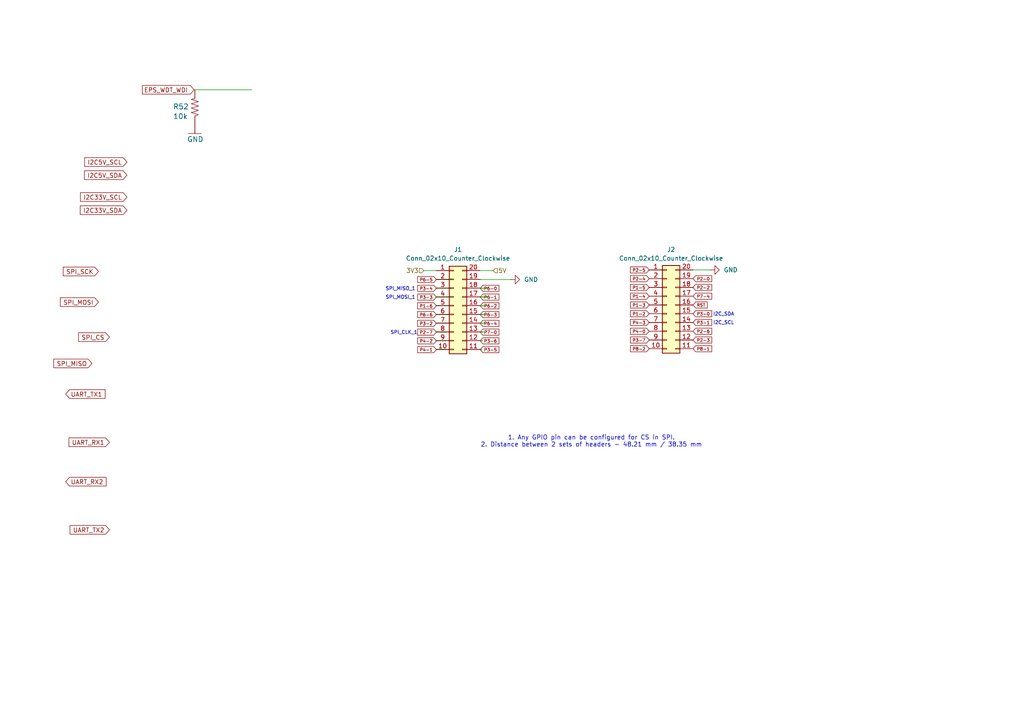
<source format=kicad_sch>
(kicad_sch (version 20231120) (generator "eeschema") (generator_version "8.0")
  (paper "A4")
  (lib_symbols
    (symbol "Connector_Generic:Conn_02x10_Counter_Clockwise" (pin_names (offset 1.016) hide)
      (property "Reference" "J" (at 1.27 12.7 0))
      (property "Value" "Conn_02x10_Counter_Clockwise" (at 1.27 -15.24 0))
      (symbol "Conn_02x10_Counter_Clockwise_1_1"
        (rectangle (start -1.27 -12.573) (end 0 -12.827) (stroke (width 0.1524)))
        (rectangle (start -1.27 -10.033) (end 0 -10.287) (stroke (width 0.1524)))
        (rectangle (start -1.27 -7.493) (end 0 -7.747) (stroke (width 0.1524)))
        (rectangle (start -1.27 -4.953) (end 0 -5.207) (stroke (width 0.1524)))
        (rectangle (start -1.27 -2.413) (end 0 -2.667) (stroke (width 0.1524)))
        (rectangle (start -1.27 0.127) (end 0 -0.127) (stroke (width 0.1524)))
        (rectangle (start -1.27 2.667) (end 0 2.413) (stroke (width 0.1524)))
        (rectangle (start -1.27 5.207) (end 0 4.953) (stroke (width 0.1524)))
        (rectangle (start -1.27 7.747) (end 0 7.493) (stroke (width 0.1524)))
        (rectangle (start -1.27 10.287) (end 0 10.033) (stroke (width 0.1524)))
        (rectangle (start -1.27 11.43) (end 3.81 -13.97) (stroke (width 0.254)) (fill (type background)))
        (rectangle (start 3.81 -12.573) (end 2.54 -12.827) (stroke (width 0.1524)))
        (rectangle (start 3.81 -10.033) (end 2.54 -10.287) (stroke (width 0.1524)))
        (rectangle (start 3.81 -7.493) (end 2.54 -7.747) (stroke (width 0.1524)))
        (rectangle (start 3.81 -4.953) (end 2.54 -5.207) (stroke (width 0.1524)))
        (rectangle (start 3.81 -2.413) (end 2.54 -2.667) (stroke (width 0.1524)))
        (rectangle (start 3.81 0.127) (end 2.54 -0.127) (stroke (width 0.1524)))
        (rectangle (start 3.81 2.667) (end 2.54 2.413) (stroke (width 0.1524)))
        (rectangle (start 3.81 5.207) (end 2.54 4.953) (stroke (width 0.1524)))
        (rectangle (start 3.81 7.747) (end 2.54 7.493) (stroke (width 0.1524)))
        (rectangle (start 3.81 10.287) (end 2.54 10.033) (stroke (width 0.1524)))
        (pin passive line (at -5.08 10.16 0) (length 3.81) (name "Pin_1") (number "1"))
        (pin passive line (at -5.08 -12.7 0) (length 3.81) (name "Pin_10") (number "10"))
        (pin passive line (at 7.62 -12.7 180) (length 3.81) (name "Pin_11") (number "11"))
        (pin passive line (at 7.62 -10.16 180) (length 3.81) (name "Pin_12") (number "12"))
        (pin passive line (at 7.62 -7.62 180) (length 3.81) (name "Pin_13") (number "13"))
        (pin passive line (at 7.62 -5.08 180) (length 3.81) (name "Pin_14") (number "14"))
        (pin passive line (at 7.62 -2.54 180) (length 3.81) (name "Pin_15") (number "15"))
        (pin passive line (at 7.62 0 180) (length 3.81) (name "Pin_16") (number "16"))
        (pin passive line (at 7.62 2.54 180) (length 3.81) (name "Pin_17") (number "17"))
        (pin passive line (at 7.62 5.08 180) (length 3.81) (name "Pin_18") (number "18"))
        (pin passive line (at 7.62 7.62 180) (length 3.81) (name "Pin_19") (number "19"))
        (pin passive line (at -5.08 7.62 0) (length 3.81) (name "Pin_2") (number "2"))
        (pin passive line (at 7.62 10.16 180) (length 3.81) (name "Pin_20") (number "20"))
        (pin passive line (at -5.08 5.08 0) (length 3.81) (name "Pin_3") (number "3"))
        (pin passive line (at -5.08 2.54 0) (length 3.81) (name "Pin_4") (number "4"))
        (pin passive line (at -5.08 0 0) (length 3.81) (name "Pin_5") (number "5"))
        (pin passive line (at -5.08 -2.54 0) (length 3.81) (name "Pin_6") (number "6"))
        (pin passive line (at -5.08 -5.08 0) (length 3.81) (name "Pin_7") (number "7"))
        (pin passive line (at -5.08 -7.62 0) (length 3.81) (name "Pin_8") (number "8"))
        (pin passive line (at -5.08 -10.16 0) (length 3.81) (name "Pin_9") (number "9"))
      )
    )
    (symbol "mainboard:GND" (power) (pin_names (offset 1.016))
      (property "Value" "GND" (at -2.54 -2.54 0))
      (symbol "GND_1_0"
        (polyline (pts (xy -1.905 0) (xy 1.905 0)))
        (pin power_in line (at 0 2.54 270) (length 2.54) (name "GND") (number "1"))
      )
    )
    (symbol "mainboard:R-US_R0603" (pin_names (offset 1.016))
      (property "Reference" "R" (at -3.81 1.4986 0))
      (property "Value" "R-US_R0603" (at -3.81 -3.302 0))
      (symbol "R-US_R0603_1_0"
        (polyline (pts (xy -2.54 0) (xy -2.159 1.016)))
        (polyline (pts (xy -2.159 1.016) (xy -1.524 -1.016)))
        (polyline (pts (xy -1.524 -1.016) (xy -0.889 1.016)))
        (polyline (pts (xy -0.889 1.016) (xy -0.254 -1.016)))
        (polyline (pts (xy -0.254 -1.016) (xy 0.381 1.016)))
        (polyline (pts (xy 0.381 1.016) (xy 1.016 -1.016)))
        (polyline (pts (xy 1.016 -1.016) (xy 1.651 1.016)))
        (polyline (pts (xy 1.651 1.016) (xy 2.286 -1.016)))
        (polyline (pts (xy 2.286 -1.016) (xy 2.54 0)))
        (pin passive line (at -5.08 0 0) (length 2.54) (name "1") (number "1"))
        (pin passive line (at 5.08 0 180) (length 2.54) (name "2") (number "2"))
      )
    )
    (symbol "power:GND" (power) (pin_numbers hide) (pin_names (offset 0) hide)
      (property "Value" "GND" (at 0 -3.81 0))
      (symbol "GND_0_1"
        (polyline (pts (xy 0 0) (xy 0 -1.27) (xy 1.27 -1.27) (xy 0 -2.54) (xy -1.27 -1.27) (xy 0 -1.27)))
      )
      (symbol "GND_1_1"
        (pin power_in line (at 0 0 270) (length 0) (name "~") (number "1"))
      )
    )
  )
  (wire (pts (xy 139.192 98.806) (xy 139.954 98.806)))
  (wire (pts (xy 129.54 96.3245) (xy 126.5736 96.3245)))
  (wire (pts (xy 140.208 96.3245) (xy 139.2736 96.3245)))
  (wire (pts (xy 141.224 86.106) (xy 141.224 86.1645)))
  (wire (pts (xy 129.032 101.4045) (xy 126.5736 101.4045)))
  (wire (pts (xy 126.492 98.806) (xy 129.286 98.806)))
  (wire (pts (xy 200.9956 78.2905) (xy 206.0756 78.2905)))
  (wire (pts (xy 139.954 98.8645) (xy 139.2736 98.8645)))
  (wire (pts (xy 139.446 81.0845) (xy 148.1636 81.0845)))
  (wire (pts (xy 140.462 93.726) (xy 140.462 93.7845)))
  (wire (pts (xy 126.492 96.266) (xy 129.54 96.266)))
  (wire (pts (xy 139.446 81.026) (xy 139.446 81.0845)))
  (wire (pts (xy 139.192 83.566) (xy 141.478 83.566)))
  (wire (pts (xy 129.794 93.726) (xy 129.794 93.7845)))
  (wire (pts (xy 129.032 101.346) (xy 129.032 101.4045)))
  (wire (pts (xy 140.462 93.7845) (xy 139.2736 93.7845)))
  (wire (pts (xy 126.492 88.646) (xy 130.302 88.646)))
  (wire (pts (xy 126.492 86.106) (xy 130.556 86.106)))
  (wire (pts (xy 140.716 91.2445) (xy 139.2736 91.2445)))
  (wire (pts (xy 73.025 26.035) (xy 56.515 26.035)))
  (wire (pts (xy 140.208 96.266) (xy 140.208 96.3245)))
  (wire (pts (xy 131.064 81.026) (xy 131.064 81.0845)))
  (wire (pts (xy 129.54 96.266) (xy 129.54 96.3245)))
  (wire (pts (xy 130.302 88.646) (xy 130.302 88.7045)))
  (wire (pts (xy 139.192 81.026) (xy 139.446 81.026)))
  (wire (pts (xy 141.478 83.566) (xy 141.478 83.6245)))
  (wire (pts (xy 139.192 88.646) (xy 140.97 88.646)))
  (wire (pts (xy 126.492 101.346) (xy 129.032 101.346)))
  (wire (pts (xy 130.81 83.6245) (xy 126.5736 83.6245)))
  (wire (pts (xy 126.492 93.726) (xy 129.794 93.726)))
  (wire (pts (xy 139.192 91.186) (xy 140.716 91.186)))
  (wire (pts (xy 139.7 101.346) (xy 139.7 101.4045)))
  (wire (pts (xy 140.716 91.186) (xy 140.716 91.2445)))
  (wire (pts (xy 129.286 98.806) (xy 129.286 98.8645)))
  (wire (pts (xy 130.048 91.186) (xy 130.048 91.2445)))
  (wire (pts (xy 126.492 83.566) (xy 130.81 83.566)))
  (wire (pts (xy 139.192 101.346) (xy 139.7 101.346)))
  (wire (pts (xy 122.936 78.486) (xy 126.492 78.486)))
  (wire (pts (xy 139.192 93.726) (xy 140.462 93.726)))
  (wire (pts (xy 130.556 86.1645) (xy 126.5736 86.1645)))
  (wire (pts (xy 140.97 88.646) (xy 140.97 88.7045)))
  (wire (pts (xy 139.192 96.266) (xy 140.208 96.266)))
  (wire (pts (xy 141.478 83.6245) (xy 139.2736 83.6245)))
  (wire (pts (xy 131.064 81.0845) (xy 126.5736 81.0845)))
  (wire (pts (xy 139.954 98.806) (xy 139.954 98.8645)))
  (wire (pts (xy 130.302 88.7045) (xy 126.5736 88.7045)))
  (wire (pts (xy 126.492 91.186) (xy 130.048 91.186)))
  (wire (pts (xy 139.7 101.4045) (xy 139.2736 101.4045)))
  (wire (pts (xy 126.492 81.026) (xy 131.064 81.026)))
  (wire (pts (xy 130.556 86.106) (xy 130.556 86.1645)))
  (wire (pts (xy 139.192 78.486) (xy 143.002 78.486)))
  (wire (pts (xy 129.794 93.7845) (xy 126.5736 93.7845)))
  (wire (pts (xy 130.048 91.2445) (xy 126.5736 91.2445)))
  (wire (pts (xy 140.97 88.7045) (xy 139.2736 88.7045)))
  (wire (pts (xy 130.81 83.566) (xy 130.81 83.6245)))
  (wire (pts (xy 129.286 98.8645) (xy 126.5736 98.8645)))
  (wire (pts (xy 139.192 86.106) (xy 141.224 86.106)))
  (wire (pts (xy 141.224 86.1645) (xy 139.2736 86.1645)))
  (text "I2C_SDA\n" (at 209.8856 91.2445 0) (effects (font (size 1 1))))
  (text "1. Any GPIO pin can be configured for CS in SPI.\n2. Distance between 2 sets of headers - 48.21 mm / 38.35 mm" (at 171.5316 128.0745 0) (effects (font (size 1.27 1.27))))
  (text "SPI_MISO_1\n" (at 116.1596 83.8785 0) (effects (font (size 1 1))))
  (text "SPI_CLK_1\n" (at 117.1756 96.5785 0) (effects (font (size 1 1))))
  (text "I2C_SCL\n\n" (at 209.8856 94.5465 0) (effects (font (size 1 1))))
  (text "SPI_MOSI_1\n\n" (at 116.1596 87.1805 0) (effects (font (size 1 1))))
  (global_label "UART_RX1" (shape input) (at 31.75 128.27 180) (property "Intersheetrefs" "${INTERSHEET_REFS}" (effects (hide yes))))
  (global_label "I2C5V_SDA" (shape input) (at 36.83 50.8 180) (property "Intersheetrefs" "${INTERSHEET_REFS}" (effects (hide yes))))
  (global_label "SPI_MISO" (shape input) (at 26.67 105.41 180) (property "Intersheetrefs" "${INTERSHEET_REFS}" (effects (hide yes))))
  (global_label "UART_TX1" (shape input) (at 19.05 114.3 0) (property "Intersheetrefs" "${INTERSHEET_REFS}" (effects (hide yes))))
  (global_label "SPI_MOSI" (shape input) (at 28.575 87.63 180) (property "Intersheetrefs" "${INTERSHEET_REFS}" (effects (hide yes))))
  (global_label "P1-5" (shape input) (at 188.2956 83.3705 180) (effects (font (size 0.9 0.9))) (property "Intersheetrefs" "${INTERSHEET_REFS}" (effects (hide yes))))
  (global_label "P3-2" (shape input) (at 126.5736 93.7845 180) (effects (font (size 0.9 0.9))) (property "Intersheetrefs" "${INTERSHEET_REFS}" (effects (hide yes))))
  (global_label "P4-0" (shape input) (at 188.2956 96.0705 180) (effects (font (size 0.9 0.9))) (property "Intersheetrefs" "${INTERSHEET_REFS}" (effects (hide yes))))
  (global_label "P3-7" (shape input) (at 188.2956 98.6105 180) (effects (font (size 0.9 0.9))) (property "Intersheetrefs" "${INTERSHEET_REFS}" (effects (hide yes))))
  (global_label "P4-2" (shape input) (at 126.5736 98.8645 180) (effects (font (size 0.9 0.9))) (property "Intersheetrefs" "${INTERSHEET_REFS}" (effects (hide yes))))
  (global_label "P1-4" (shape input) (at 188.2956 85.9105 180) (effects (font (size 0.9 0.9))) (property "Intersheetrefs" "${INTERSHEET_REFS}" (effects (hide yes))))
  (global_label "P1-6" (shape input) (at 126.5736 88.7045 180) (effects (font (size 0.9 0.9))) (property "Intersheetrefs" "${INTERSHEET_REFS}" (effects (hide yes))))
  (global_label "P4-1" (shape input) (at 126.5736 101.4045 180) (effects (font (size 0.9 0.9))) (property "Intersheetrefs" "${INTERSHEET_REFS}" (effects (hide yes))))
  (global_label "I2C33V_SCL" (shape input) (at 36.83 57.15 180) (property "Intersheetrefs" "${INTERSHEET_REFS}" (effects (hide yes))))
  (global_label "UART_TX2" (shape input) (at 31.75 153.67 180) (property "Intersheetrefs" "${INTERSHEET_REFS}" (effects (hide yes))))
  (global_label "P8-2" (shape input) (at 188.2956 101.1505 180) (effects (font (size 0.9 0.9))) (property "Intersheetrefs" "${INTERSHEET_REFS}" (effects (hide yes))))
  (global_label "P6-5" (shape input) (at 126.5736 81.0845 180) (effects (font (size 0.9 0.9))) (property "Intersheetrefs" "${INTERSHEET_REFS}" (effects (hide yes))))
  (global_label "P2-5" (shape input) (at 188.2956 78.2905 180) (effects (font (size 0.9 0.9))) (property "Intersheetrefs" "${INTERSHEET_REFS}" (effects (hide yes))))
  (global_label "P3-6" (shape input) (at 139.2736 98.8645 0) (effects (font (size 0.9 0.9))) (property "Intersheetrefs" "${INTERSHEET_REFS}" (effects (hide yes))))
  (global_label "P3-5" (shape input) (at 139.2736 101.4045 0) (effects (font (size 0.9 0.9))) (property "Intersheetrefs" "${INTERSHEET_REFS}" (effects (hide yes))))
  (global_label "EPS_WDT_WDI" (shape output) (at 41.275 26.035 0) (property "Intersheetrefs" "${INTERSHEET_REFS}" (effects (hide yes))))
  (global_label "P6-2" (shape input) (at 139.2736 88.7045 0) (effects (font (size 0.9 0.9))) (property "Intersheetrefs" "${INTERSHEET_REFS}" (effects (hide yes))))
  (global_label "P3-0" (shape input) (at 200.9956 90.9905 0) (effects (font (size 0.9 0.9))) (property "Intersheetrefs" "${INTERSHEET_REFS}" (effects (hide yes))))
  (global_label "UART_RX2" (shape input) (at 19.05 139.7 0) (property "Intersheetrefs" "${INTERSHEET_REFS}" (effects (hide yes))))
  (global_label "P4-3" (shape input) (at 188.2956 93.5305 180) (effects (font (size 0.9 0.9))) (property "Intersheetrefs" "${INTERSHEET_REFS}" (effects (hide yes))))
  (global_label "I2C33V_SDA" (shape input) (at 36.83 60.96 180) (property "Intersheetrefs" "${INTERSHEET_REFS}" (effects (hide yes))))
  (global_label "SPI_SCK" (shape input) (at 28.575 78.74 180) (property "Intersheetrefs" "${INTERSHEET_REFS}" (effects (hide yes))))
  (global_label "P6-4" (shape input) (at 139.2736 93.7845 0) (effects (font (size 0.9 0.9))) (property "Intersheetrefs" "${INTERSHEET_REFS}" (effects (hide yes))))
  (global_label "P2-7" (shape input) (at 126.5736 96.3245 180) (effects (font (size 0.9 0.9))) (property "Intersheetrefs" "${INTERSHEET_REFS}" (effects (hide yes))))
  (global_label "P3-3" (shape input) (at 126.5736 86.1645 180) (effects (font (size 0.9 0.9))) (property "Intersheetrefs" "${INTERSHEET_REFS}" (effects (hide yes))))
  (global_label "P6-3" (shape input) (at 139.2736 91.2445 0) (effects (font (size 0.9 0.9))) (property "Intersheetrefs" "${INTERSHEET_REFS}" (effects (hide yes))))
  (global_label "P3-4" (shape input) (at 126.5736 83.6245 180) (effects (font (size 0.9 0.9))) (property "Intersheetrefs" "${INTERSHEET_REFS}" (effects (hide yes))))
  (global_label "P3-1" (shape input) (at 200.9956 93.5305 0) (effects (font (size 0.9 0.9))) (property "Intersheetrefs" "${INTERSHEET_REFS}" (effects (hide yes))))
  (global_label "RST" (shape input) (at 200.9956 88.4505 0) (effects (font (size 0.9 0.9))) (property "Intersheetrefs" "${INTERSHEET_REFS}" (effects (hide yes))))
  (global_label "P7-0" (shape input) (at 139.2736 96.3245 0) (effects (font (size 0.9 0.9))) (property "Intersheetrefs" "${INTERSHEET_REFS}" (effects (hide yes))))
  (global_label "P2-3" (shape input) (at 200.9956 98.6105 0) (effects (font (size 0.9 0.9))) (property "Intersheetrefs" "${INTERSHEET_REFS}" (effects (hide yes))))
  (global_label "P8-1" (shape input) (at 200.9956 101.1505 0) (effects (font (size 0.9 0.9))) (property "Intersheetrefs" "${INTERSHEET_REFS}" (effects (hide yes))))
  (global_label "P1-2" (shape input) (at 188.2956 90.9905 180) (effects (font (size 0.9 0.9))) (property "Intersheetrefs" "${INTERSHEET_REFS}" (effects (hide yes))))
  (global_label "SPI_CS" (shape input) (at 31.75 97.79 180) (property "Intersheetrefs" "${INTERSHEET_REFS}" (effects (hide yes))))
  (global_label "P6-1" (shape input) (at 139.2736 86.1645 0) (effects (font (size 0.9 0.9))) (property "Intersheetrefs" "${INTERSHEET_REFS}" (effects (hide yes))))
  (global_label "P2-4" (shape input) (at 188.2956 80.8305 180) (effects (font (size 0.9 0.9))) (property "Intersheetrefs" "${INTERSHEET_REFS}" (effects (hide yes))))
  (global_label "P2-6" (shape input) (at 200.9956 96.0705 0) (effects (font (size 0.9 0.9))) (property "Intersheetrefs" "${INTERSHEET_REFS}" (effects (hide yes))))
  (global_label "P2-0" (shape input) (at 200.9956 80.8305 0) (effects (font (size 0.9 0.9))) (property "Intersheetrefs" "${INTERSHEET_REFS}" (effects (hide yes))))
  (global_label "P1-3" (shape input) (at 188.2956 88.4505 180) (effects (font (size 0.9 0.9))) (property "Intersheetrefs" "${INTERSHEET_REFS}" (effects (hide yes))))
  (global_label "I2C5V_SCL" (shape input) (at 36.83 46.99 180) (property "Intersheetrefs" "${INTERSHEET_REFS}" (effects (hide yes))))
  (global_label "P6-0" (shape input) (at 139.2736 83.6245 0) (effects (font (size 0.9 0.9))) (property "Intersheetrefs" "${INTERSHEET_REFS}" (effects (hide yes))))
  (global_label "P6-6" (shape input) (at 126.5736 91.2445 180) (effects (font (size 0.9 0.9))) (property "Intersheetrefs" "${INTERSHEET_REFS}" (effects (hide yes))))
  (global_label "P2-2" (shape input) (at 200.9956 83.3705 0) (effects (font (size 0.9 0.9))) (property "Intersheetrefs" "${INTERSHEET_REFS}" (effects (hide yes))))
  (global_label "P7-4" (shape input) (at 200.9956 85.9105 0) (effects (font (size 0.9 0.9))) (property "Intersheetrefs" "${INTERSHEET_REFS}" (effects (hide yes))))
  (hierarchical_label "3V3" (shape input) (at 122.936 78.486 180))
  (hierarchical_label "5V" (shape input) (at 143.002 78.486 0))
  (symbol (lib_id "mainboard:GND") (at 56.515 38.735 0) (mirror y) (unit 1)
    (property "Reference" "#GND01" (effects (hide yes)))
    (property "Value" "GND" (at 59.055 41.275 0) (effects (font (size 1.4986 1.4986)) (justify left bottom)))
  )
  (symbol (lib_id "power:GND") (at 206.0756 78.2905 90) (unit 1)
    (property "Reference" "#PWR02" (effects (hide yes)))
    (property "Value" "GND" (at 209.8856 78.2904 90) (effects (justify right)))
    (property "Description" "Power symbol creates a global label with name \"GND\" , ground" (effects (hide yes)))
  )
  (symbol (lib_id "Connector_Generic:Conn_02x10_Counter_Clockwise") (at 131.572 88.646 0) (unit 1)
    (property "Reference" "J1" (at 132.842 72.39 0))
    (property "Value" "Conn_02x10_Counter_Clockwise" (at 132.842 74.93 0))
    (property "Description" "Generic connector, double row, 02x10, counter clockwise pin numbering scheme (similar to DIP package numbering), script generated (kicad-library-utils/schlib/autogen/connector/)" (effects (hide yes)))
  )
  (symbol (lib_id "mainboard:R-US_R0603") (at 56.515 31.115 270) (mirror x) (unit 1)
    (property "Reference" "R52" (at 50.165 30.0736 90) (effects (font (size 1.4986 1.4986)) (justify left bottom)))
    (property "Value" "10k" (at 50.165 32.893 90) (effects (font (size 1.4986 1.4986)) (justify left bottom)))
    (property "Footprint" "Resistor_SMD:R_0603_1608Metric" (effects (hide yes)))
    (property "Description" "10k 0603" (effects (hide yes)))
  )
  (symbol (lib_id "Connector_Generic:Conn_02x10_Counter_Clockwise") (at 193.3756 88.4505 0) (unit 1)
    (property "Reference" "J2" (at 194.6456 72.39 0))
    (property "Value" "Conn_02x10_Counter_Clockwise" (at 194.6456 74.93 0))
    (property "Description" "Generic connector, double row, 02x10, counter clockwise pin numbering scheme (similar to DIP package numbering), script generated (kicad-library-utils/schlib/autogen/connector/)" (effects (hide yes)))
  )
  (symbol (lib_id "power:GND") (at 148.1636 81.0845 90) (unit 1)
    (property "Reference" "#PWR01" (effects (hide yes)))
    (property "Value" "GND" (at 151.9736 81.0844 90) (effects (justify right)))
    (property "Description" "Power symbol creates a global label with name \"GND\" , ground" (effects (hide yes)))
  )
)
</source>
